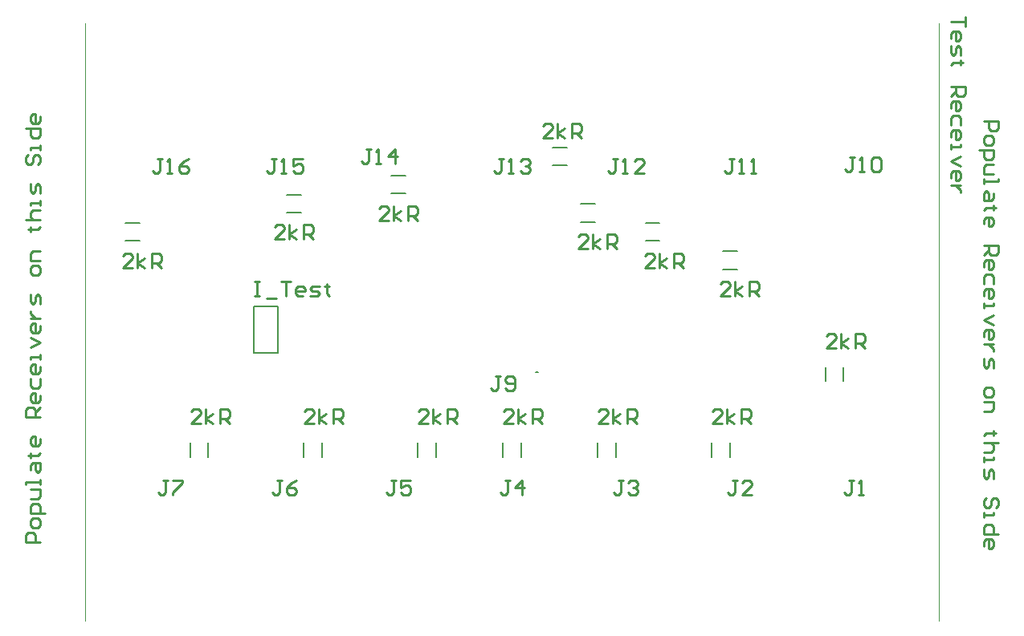
<source format=gto>
G04*
G04 #@! TF.GenerationSoftware,Altium Limited,Altium Designer,20.2.6 (244)*
G04*
G04 Layer_Color=65535*
%FSLAX25Y25*%
%MOIN*%
G70*
G04*
G04 #@! TF.SameCoordinates,EAF40AD8-45E7-421E-9E40-196F19150C0C*
G04*
G04*
G04 #@! TF.FilePolarity,Positive*
G04*
G01*
G75*
%ADD10C,0.00787*%
%ADD11C,0.00394*%
%ADD12C,0.01000*%
D10*
X345285Y240905D02*
X344498D01*
X345285D01*
X422244Y291142D02*
X428150D01*
X422244Y283661D02*
X428150D01*
X390021Y302953D02*
X395927D01*
X390021Y295472D02*
X395927D01*
X363189Y310827D02*
X369094D01*
X363189Y303346D02*
X369094D01*
X284449Y315158D02*
X290354D01*
X284449Y322638D02*
X290354D01*
X241142Y307283D02*
X247047D01*
X241142Y314764D02*
X247047D01*
X174213Y295472D02*
X180118D01*
X174213Y302953D02*
X180118D01*
X208465Y205709D02*
Y211614D01*
X200984Y205709D02*
Y211614D01*
X302953Y205709D02*
Y211614D01*
X295472Y205709D02*
Y211614D01*
X338386Y205709D02*
Y211614D01*
X330906Y205709D02*
Y211614D01*
X255709Y205709D02*
Y211614D01*
X248228Y205709D02*
Y211614D01*
X377756Y205709D02*
Y211614D01*
X370276Y205709D02*
Y211614D01*
X425000Y205709D02*
Y211614D01*
X417520Y205709D02*
Y211614D01*
X472244Y237205D02*
Y243110D01*
X464764Y237205D02*
Y243110D01*
X351378Y326969D02*
X357283D01*
X351378Y334449D02*
X357283D01*
X227284Y256279D02*
Y268347D01*
Y249055D02*
Y261280D01*
Y249055D02*
X237283D01*
Y268347D01*
X227284D02*
X237283D01*
D11*
X511811Y137795D02*
Y385827D01*
X157480Y137795D02*
Y385827D01*
D12*
X522746Y388764D02*
Y384765D01*
Y386764D01*
X516748D01*
Y379767D02*
Y381766D01*
X517748Y382766D01*
X519747D01*
X520747Y381766D01*
Y379767D01*
X519747Y378767D01*
X518747D01*
Y382766D01*
X516748Y376768D02*
Y373769D01*
X517748Y372769D01*
X518747Y373769D01*
Y375768D01*
X519747Y376768D01*
X520747Y375768D01*
Y372769D01*
X521746Y369770D02*
X520747D01*
Y370770D01*
Y368770D01*
Y369770D01*
X517748D01*
X516748Y368770D01*
Y359773D02*
X522746D01*
Y356774D01*
X521746Y355774D01*
X519747D01*
X518747Y356774D01*
Y359773D01*
Y357774D02*
X516748Y355774D01*
Y350776D02*
Y352775D01*
X517748Y353775D01*
X519747D01*
X520747Y352775D01*
Y350776D01*
X519747Y349776D01*
X518747D01*
Y353775D01*
X520747Y343778D02*
Y346777D01*
X519747Y347777D01*
X517748D01*
X516748Y346777D01*
Y343778D01*
Y338780D02*
Y340779D01*
X517748Y341779D01*
X519747D01*
X520747Y340779D01*
Y338780D01*
X519747Y337780D01*
X518747D01*
Y341779D01*
X516748Y335781D02*
Y333782D01*
Y334781D01*
X520747D01*
Y335781D01*
Y330783D02*
X516748Y328783D01*
X520747Y326784D01*
X516748Y321785D02*
Y323785D01*
X517748Y324784D01*
X519747D01*
X520747Y323785D01*
Y321785D01*
X519747Y320786D01*
X518747D01*
Y324784D01*
X520747Y318786D02*
X516748D01*
X518747D01*
X519747Y317787D01*
X520747Y316787D01*
Y315787D01*
X138733Y170291D02*
X132735D01*
Y173290D01*
X133735Y174290D01*
X135734D01*
X136734Y173290D01*
Y170291D01*
X138733Y177289D02*
Y179288D01*
X137733Y180288D01*
X135734D01*
X134734Y179288D01*
Y177289D01*
X135734Y176289D01*
X137733D01*
X138733Y177289D01*
X140732Y182288D02*
X134734D01*
Y185286D01*
X135734Y186286D01*
X137733D01*
X138733Y185286D01*
Y182288D01*
X134734Y188286D02*
X137733D01*
X138733Y189285D01*
Y192284D01*
X134734D01*
X138733Y194284D02*
Y196283D01*
Y195283D01*
X132735D01*
Y194284D01*
X134734Y200282D02*
Y202281D01*
X135734Y203281D01*
X138733D01*
Y200282D01*
X137733Y199282D01*
X136734Y200282D01*
Y203281D01*
X133735Y206280D02*
X134734D01*
Y205280D01*
Y207279D01*
Y206280D01*
X137733D01*
X138733Y207279D01*
Y213277D02*
Y211278D01*
X137733Y210278D01*
X135734D01*
X134734Y211278D01*
Y213277D01*
X135734Y214277D01*
X136734D01*
Y210278D01*
X138733Y222274D02*
X132735D01*
Y225273D01*
X133735Y226273D01*
X135734D01*
X136734Y225273D01*
Y222274D01*
Y224274D02*
X138733Y226273D01*
Y231272D02*
Y229272D01*
X137733Y228273D01*
X135734D01*
X134734Y229272D01*
Y231272D01*
X135734Y232271D01*
X136734D01*
Y228273D01*
X134734Y238269D02*
Y235270D01*
X135734Y234271D01*
X137733D01*
X138733Y235270D01*
Y238269D01*
Y243268D02*
Y241268D01*
X137733Y240269D01*
X135734D01*
X134734Y241268D01*
Y243268D01*
X135734Y244267D01*
X136734D01*
Y240269D01*
X138733Y246267D02*
Y248266D01*
Y247266D01*
X134734D01*
Y246267D01*
Y251265D02*
X138733Y253264D01*
X134734Y255264D01*
X138733Y260262D02*
Y258263D01*
X137733Y257263D01*
X135734D01*
X134734Y258263D01*
Y260262D01*
X135734Y261262D01*
X136734D01*
Y257263D01*
X134734Y263261D02*
X138733D01*
X136734D01*
X135734Y264261D01*
X134734Y265261D01*
Y266260D01*
X138733Y269259D02*
Y272258D01*
X137733Y273258D01*
X136734Y272258D01*
Y270259D01*
X135734Y269259D01*
X134734Y270259D01*
Y273258D01*
X138733Y282255D02*
Y284255D01*
X137733Y285254D01*
X135734D01*
X134734Y284255D01*
Y282255D01*
X135734Y281255D01*
X137733D01*
X138733Y282255D01*
Y287253D02*
X134734D01*
Y290252D01*
X135734Y291252D01*
X138733D01*
X133735Y300249D02*
X134734D01*
Y299250D01*
Y301249D01*
Y300249D01*
X137733D01*
X138733Y301249D01*
X132735Y304248D02*
X138733D01*
X135734D01*
X134734Y305248D01*
Y307247D01*
X135734Y308247D01*
X138733D01*
Y310246D02*
Y312245D01*
Y311246D01*
X134734D01*
Y310246D01*
X138733Y315244D02*
Y318244D01*
X137733Y319243D01*
X136734Y318244D01*
Y316244D01*
X135734Y315244D01*
X134734Y316244D01*
Y319243D01*
X133735Y331239D02*
X132735Y330240D01*
Y328240D01*
X133735Y327241D01*
X134734D01*
X135734Y328240D01*
Y330240D01*
X136734Y331239D01*
X137733D01*
X138733Y330240D01*
Y328240D01*
X137733Y327241D01*
X138733Y333239D02*
Y335238D01*
Y334238D01*
X134734D01*
Y333239D01*
X132735Y342236D02*
X138733D01*
Y339237D01*
X137733Y338237D01*
X135734D01*
X134734Y339237D01*
Y342236D01*
X138733Y347234D02*
Y345235D01*
X137733Y344235D01*
X135734D01*
X134734Y345235D01*
Y347234D01*
X135734Y348234D01*
X136734D01*
Y344235D01*
X530558Y345457D02*
X536556D01*
Y342458D01*
X535557Y341458D01*
X533557D01*
X532558Y342458D01*
Y345457D01*
X530558Y338459D02*
Y336460D01*
X531558Y335460D01*
X533557D01*
X534557Y336460D01*
Y338459D01*
X533557Y339459D01*
X531558D01*
X530558Y338459D01*
X528559Y333461D02*
X534557D01*
Y330462D01*
X533557Y329462D01*
X531558D01*
X530558Y330462D01*
Y333461D01*
X534557Y327463D02*
X531558D01*
X530558Y326463D01*
Y323464D01*
X534557D01*
X530558Y321464D02*
Y319465D01*
Y320465D01*
X536556D01*
Y321464D01*
X534557Y315466D02*
Y313467D01*
X533557Y312467D01*
X530558D01*
Y315466D01*
X531558Y316466D01*
X532558Y315466D01*
Y312467D01*
X535557Y309468D02*
X534557D01*
Y310468D01*
Y308469D01*
Y309468D01*
X531558D01*
X530558Y308469D01*
Y302471D02*
Y304470D01*
X531558Y305470D01*
X533557D01*
X534557Y304470D01*
Y302471D01*
X533557Y301471D01*
X532558D01*
Y305470D01*
X530558Y293474D02*
X536556D01*
Y290475D01*
X535557Y289475D01*
X533557D01*
X532558Y290475D01*
Y293474D01*
Y291474D02*
X530558Y289475D01*
Y284476D02*
Y286476D01*
X531558Y287475D01*
X533557D01*
X534557Y286476D01*
Y284476D01*
X533557Y283477D01*
X532558D01*
Y287475D01*
X534557Y277479D02*
Y280478D01*
X533557Y281477D01*
X531558D01*
X530558Y280478D01*
Y277479D01*
Y272480D02*
Y274480D01*
X531558Y275479D01*
X533557D01*
X534557Y274480D01*
Y272480D01*
X533557Y271481D01*
X532558D01*
Y275479D01*
X530558Y269481D02*
Y267482D01*
Y268482D01*
X534557D01*
Y269481D01*
Y264483D02*
X530558Y262484D01*
X534557Y260484D01*
X530558Y255486D02*
Y257485D01*
X531558Y258485D01*
X533557D01*
X534557Y257485D01*
Y255486D01*
X533557Y254486D01*
X532558D01*
Y258485D01*
X534557Y252487D02*
X530558D01*
X532558D01*
X533557Y251487D01*
X534557Y250487D01*
Y249488D01*
X530558Y246489D02*
Y243490D01*
X531558Y242490D01*
X532558Y243490D01*
Y245489D01*
X533557Y246489D01*
X534557Y245489D01*
Y242490D01*
X530558Y233493D02*
Y231494D01*
X531558Y230494D01*
X533557D01*
X534557Y231494D01*
Y233493D01*
X533557Y234493D01*
X531558D01*
X530558Y233493D01*
Y228495D02*
X534557D01*
Y225496D01*
X533557Y224496D01*
X530558D01*
X535557Y215499D02*
X534557D01*
Y216498D01*
Y214499D01*
Y215499D01*
X531558D01*
X530558Y214499D01*
X536556Y211500D02*
X530558D01*
X533557D01*
X534557Y210500D01*
Y208501D01*
X533557Y207501D01*
X530558D01*
Y205502D02*
Y203503D01*
Y204502D01*
X534557D01*
Y205502D01*
X530558Y200504D02*
Y197505D01*
X531558Y196505D01*
X532558Y197505D01*
Y199504D01*
X533557Y200504D01*
X534557Y199504D01*
Y196505D01*
X535557Y184509D02*
X536556Y185508D01*
Y187508D01*
X535557Y188507D01*
X534557D01*
X533557Y187508D01*
Y185508D01*
X532558Y184509D01*
X531558D01*
X530558Y185508D01*
Y187508D01*
X531558Y188507D01*
X530558Y182509D02*
Y180510D01*
Y181510D01*
X534557D01*
Y182509D01*
X536556Y173512D02*
X530558D01*
Y176511D01*
X531558Y177511D01*
X533557D01*
X534557Y176511D01*
Y173512D01*
X530558Y168514D02*
Y170513D01*
X531558Y171513D01*
X533557D01*
X534557Y170513D01*
Y168514D01*
X533557Y167514D01*
X532558D01*
Y171513D01*
X374599Y219500D02*
X370600D01*
X374599Y223499D01*
Y224498D01*
X373599Y225498D01*
X371600D01*
X370600Y224498D01*
X376598Y219500D02*
Y225498D01*
Y221499D02*
X379597Y223499D01*
X376598Y221499D02*
X379597Y219500D01*
X382596D02*
Y225498D01*
X385595D01*
X386595Y224498D01*
Y222499D01*
X385595Y221499D01*
X382596D01*
X384595D02*
X386595Y219500D01*
X421799D02*
X417800D01*
X421799Y223499D01*
Y224498D01*
X420799Y225498D01*
X418800D01*
X417800Y224498D01*
X423798Y219500D02*
Y225498D01*
Y221499D02*
X426797Y223499D01*
X423798Y221499D02*
X426797Y219500D01*
X429796D02*
Y225498D01*
X432795D01*
X433795Y224498D01*
Y222499D01*
X432795Y221499D01*
X429796D01*
X431796D02*
X433795Y219500D01*
X469099Y251000D02*
X465100D01*
X469099Y254999D01*
Y255998D01*
X468099Y256998D01*
X466100D01*
X465100Y255998D01*
X471098Y251000D02*
Y256998D01*
Y252999D02*
X474097Y254999D01*
X471098Y252999D02*
X474097Y251000D01*
X477096D02*
Y256998D01*
X480095D01*
X481095Y255998D01*
Y253999D01*
X480095Y252999D01*
X477096D01*
X479096D02*
X481095Y251000D01*
X425135Y272591D02*
X421136D01*
X425135Y276590D01*
Y277590D01*
X424135Y278590D01*
X422136D01*
X421136Y277590D01*
X427135Y272591D02*
Y278590D01*
Y274591D02*
X430133Y276590D01*
X427135Y274591D02*
X430133Y272591D01*
X433133D02*
Y278590D01*
X436132D01*
X437131Y277590D01*
Y275590D01*
X436132Y274591D01*
X433133D01*
X435132D02*
X437131Y272591D01*
X393639Y284402D02*
X389640D01*
X393639Y288401D01*
Y289401D01*
X392639Y290401D01*
X390640D01*
X389640Y289401D01*
X395638Y284402D02*
Y290401D01*
Y286402D02*
X398638Y288401D01*
X395638Y286402D02*
X398638Y284402D01*
X401637D02*
Y290401D01*
X404635D01*
X405635Y289401D01*
Y287402D01*
X404635Y286402D01*
X401637D01*
X403636D02*
X405635Y284402D01*
X366080Y292277D02*
X362081D01*
X366080Y296275D01*
Y297275D01*
X365080Y298275D01*
X363081D01*
X362081Y297275D01*
X368079Y292277D02*
Y298275D01*
Y294276D02*
X371078Y296275D01*
X368079Y294276D02*
X371078Y292277D01*
X374077D02*
Y298275D01*
X377077D01*
X378076Y297275D01*
Y295276D01*
X377077Y294276D01*
X374077D01*
X376077D02*
X378076Y292277D01*
X351499Y338200D02*
X347500D01*
X351499Y342199D01*
Y343198D01*
X350499Y344198D01*
X348500D01*
X347500Y343198D01*
X353498Y338200D02*
Y344198D01*
Y340199D02*
X356497Y342199D01*
X353498Y340199D02*
X356497Y338200D01*
X359496D02*
Y344198D01*
X362495D01*
X363495Y343198D01*
Y341199D01*
X362495Y340199D01*
X359496D01*
X361495D02*
X363495Y338200D01*
X283403Y304088D02*
X279404D01*
X283403Y308086D01*
Y309086D01*
X282403Y310086D01*
X280404D01*
X279404Y309086D01*
X285402Y304088D02*
Y310086D01*
Y306087D02*
X288401Y308086D01*
X285402Y306087D02*
X288401Y304088D01*
X291400D02*
Y310086D01*
X294399D01*
X295399Y309086D01*
Y307087D01*
X294399Y306087D01*
X291400D01*
X293400D02*
X295399Y304088D01*
X240096Y296214D02*
X236097D01*
X240096Y300212D01*
Y301212D01*
X239096Y302212D01*
X237097D01*
X236097Y301212D01*
X242095Y296214D02*
Y302212D01*
Y298213D02*
X245094Y300212D01*
X242095Y298213D02*
X245094Y296214D01*
X248093D02*
Y302212D01*
X251092D01*
X252092Y301212D01*
Y299213D01*
X251092Y298213D01*
X248093D01*
X250093D02*
X252092Y296214D01*
X177104Y284402D02*
X173105D01*
X177104Y288401D01*
Y289401D01*
X176104Y290401D01*
X174105D01*
X173105Y289401D01*
X179103Y284402D02*
Y290401D01*
Y286402D02*
X182102Y288401D01*
X179103Y286402D02*
X182102Y284402D01*
X185101D02*
Y290401D01*
X188100D01*
X189100Y289401D01*
Y287402D01*
X188100Y286402D01*
X185101D01*
X187100D02*
X189100Y284402D01*
X205299Y219500D02*
X201300D01*
X205299Y223499D01*
Y224498D01*
X204299Y225498D01*
X202300D01*
X201300Y224498D01*
X207298Y219500D02*
Y225498D01*
Y221499D02*
X210297Y223499D01*
X207298Y221499D02*
X210297Y219500D01*
X213296D02*
Y225498D01*
X216295D01*
X217295Y224498D01*
Y222499D01*
X216295Y221499D01*
X213296D01*
X215296D02*
X217295Y219500D01*
X252499D02*
X248500D01*
X252499Y223499D01*
Y224498D01*
X251499Y225498D01*
X249500D01*
X248500Y224498D01*
X254498Y219500D02*
Y225498D01*
Y221499D02*
X257497Y223499D01*
X254498Y221499D02*
X257497Y219500D01*
X260496D02*
Y225498D01*
X263495D01*
X264495Y224498D01*
Y222499D01*
X263495Y221499D01*
X260496D01*
X262495D02*
X264495Y219500D01*
X299799D02*
X295800D01*
X299799Y223499D01*
Y224498D01*
X298799Y225498D01*
X296800D01*
X295800Y224498D01*
X301798Y219500D02*
Y225498D01*
Y221499D02*
X304797Y223499D01*
X301798Y221499D02*
X304797Y219500D01*
X307796D02*
Y225498D01*
X310795D01*
X311795Y224498D01*
Y222499D01*
X310795Y221499D01*
X307796D01*
X309795D02*
X311795Y219500D01*
X335199D02*
X331200D01*
X335199Y223499D01*
Y224498D01*
X334199Y225498D01*
X332200D01*
X331200Y224498D01*
X337198Y219500D02*
Y225498D01*
Y221499D02*
X340197Y223499D01*
X337198Y221499D02*
X340197Y219500D01*
X343196D02*
Y225498D01*
X346195D01*
X347195Y224498D01*
Y222499D01*
X346195Y221499D01*
X343196D01*
X345196D02*
X347195Y219500D01*
X227900Y278698D02*
X229899D01*
X228900D01*
Y272700D01*
X227900D01*
X229899D01*
X232898Y271700D02*
X236897D01*
X238896Y278698D02*
X242895D01*
X240896D01*
Y272700D01*
X247894D02*
X245894D01*
X244895Y273700D01*
Y275699D01*
X245894Y276699D01*
X247894D01*
X248893Y275699D01*
Y274699D01*
X244895D01*
X250893Y272700D02*
X253892D01*
X254891Y273700D01*
X253892Y274699D01*
X251892D01*
X250893Y275699D01*
X251892Y276699D01*
X254891D01*
X257890Y277698D02*
Y276699D01*
X256891D01*
X258890D01*
X257890D01*
Y273700D01*
X258890Y272700D01*
X329709Y239219D02*
X327710D01*
X328709D01*
Y234221D01*
X327710Y233221D01*
X326710D01*
X325710Y234221D01*
X331708D02*
X332708Y233221D01*
X334707D01*
X335707Y234221D01*
Y238220D01*
X334707Y239219D01*
X332708D01*
X331708Y238220D01*
Y237220D01*
X332708Y236221D01*
X335707D01*
X189415Y329771D02*
X187415D01*
X188415D01*
Y324772D01*
X187415Y323773D01*
X186416D01*
X185416Y324772D01*
X191414Y323773D02*
X193413D01*
X192414D01*
Y329771D01*
X191414Y328771D01*
X200411Y329771D02*
X198412Y328771D01*
X196412Y326772D01*
Y324772D01*
X197412Y323773D01*
X199411D01*
X200411Y324772D01*
Y325772D01*
X199411Y326772D01*
X196412D01*
X236659Y329771D02*
X234659D01*
X235659D01*
Y324772D01*
X234659Y323773D01*
X233660D01*
X232660Y324772D01*
X238658Y323773D02*
X240657D01*
X239658D01*
Y329771D01*
X238658Y328771D01*
X247655Y329771D02*
X243656D01*
Y326772D01*
X245656Y327771D01*
X246655D01*
X247655Y326772D01*
Y324772D01*
X246655Y323773D01*
X244656D01*
X243656Y324772D01*
X276029Y333708D02*
X274029D01*
X275029D01*
Y328709D01*
X274029Y327710D01*
X273030D01*
X272030Y328709D01*
X278028Y327710D02*
X280027D01*
X279028D01*
Y333708D01*
X278028Y332708D01*
X286026Y327710D02*
Y333708D01*
X283026Y330709D01*
X287025D01*
X331147Y329771D02*
X329147D01*
X330147D01*
Y324772D01*
X329147Y323773D01*
X328148D01*
X327148Y324772D01*
X333146Y323773D02*
X335145D01*
X334146D01*
Y329771D01*
X333146Y328771D01*
X338144D02*
X339144Y329771D01*
X341144D01*
X342143Y328771D01*
Y327771D01*
X341144Y326772D01*
X340144D01*
X341144D01*
X342143Y325772D01*
Y324772D01*
X341144Y323773D01*
X339144D01*
X338144Y324772D01*
X378391Y329771D02*
X376392D01*
X377391D01*
Y324772D01*
X376392Y323773D01*
X375392D01*
X374392Y324772D01*
X380390Y323773D02*
X382390D01*
X381390D01*
Y329771D01*
X380390Y328771D01*
X389387Y323773D02*
X385389D01*
X389387Y327771D01*
Y328771D01*
X388388Y329771D01*
X386388D01*
X385389Y328771D01*
X426635Y329771D02*
X424635D01*
X425635D01*
Y324772D01*
X424635Y323773D01*
X423636D01*
X422636Y324772D01*
X428634Y323773D02*
X430633D01*
X429634D01*
Y329771D01*
X428634Y328771D01*
X433632Y323773D02*
X435632D01*
X434632D01*
Y329771D01*
X433632Y328771D01*
X476816Y330164D02*
X474817D01*
X475816D01*
Y325166D01*
X474817Y324166D01*
X473817D01*
X472817Y325166D01*
X478815Y324166D02*
X480815D01*
X479815D01*
Y330164D01*
X478815Y329165D01*
X483814D02*
X484813Y330164D01*
X486813D01*
X487813Y329165D01*
Y325166D01*
X486813Y324166D01*
X484813D01*
X483814Y325166D01*
Y329165D01*
X191914Y195912D02*
X189914D01*
X190914D01*
Y190914D01*
X189914Y189914D01*
X188915D01*
X187915Y190914D01*
X193913Y195912D02*
X197912D01*
Y194913D01*
X193913Y190914D01*
Y189914D01*
X239158Y195912D02*
X237158D01*
X238158D01*
Y190914D01*
X237158Y189914D01*
X236159D01*
X235159Y190914D01*
X245156Y195912D02*
X243157Y194913D01*
X241157Y192913D01*
Y190914D01*
X242157Y189914D01*
X244156D01*
X245156Y190914D01*
Y191914D01*
X244156Y192913D01*
X241157D01*
X286402Y195912D02*
X284402D01*
X285402D01*
Y190914D01*
X284402Y189914D01*
X283403D01*
X282403Y190914D01*
X292400Y195912D02*
X288401D01*
Y192913D01*
X290401Y193913D01*
X291400D01*
X292400Y192913D01*
Y190914D01*
X291400Y189914D01*
X289401D01*
X288401Y190914D01*
X333646Y195912D02*
X331647D01*
X332646D01*
Y190914D01*
X331647Y189914D01*
X330647D01*
X329647Y190914D01*
X338644Y189914D02*
Y195912D01*
X335645Y192913D01*
X339644D01*
X380890Y195912D02*
X378891D01*
X379890D01*
Y190914D01*
X378891Y189914D01*
X377891D01*
X376891Y190914D01*
X382889Y194913D02*
X383889Y195912D01*
X385889D01*
X386888Y194913D01*
Y193913D01*
X385889Y192913D01*
X384889D01*
X385889D01*
X386888Y191914D01*
Y190914D01*
X385889Y189914D01*
X383889D01*
X382889Y190914D01*
X428134Y195912D02*
X426135D01*
X427135D01*
Y190914D01*
X426135Y189914D01*
X425135D01*
X424135Y190914D01*
X434132Y189914D02*
X430133D01*
X434132Y193913D01*
Y194913D01*
X433133Y195912D01*
X431133D01*
X430133Y194913D01*
X476378Y195912D02*
X474379D01*
X475378D01*
Y190914D01*
X474379Y189914D01*
X473379D01*
X472379Y190914D01*
X478377Y189914D02*
X480377D01*
X479377D01*
Y195912D01*
X478377Y194913D01*
M02*

</source>
